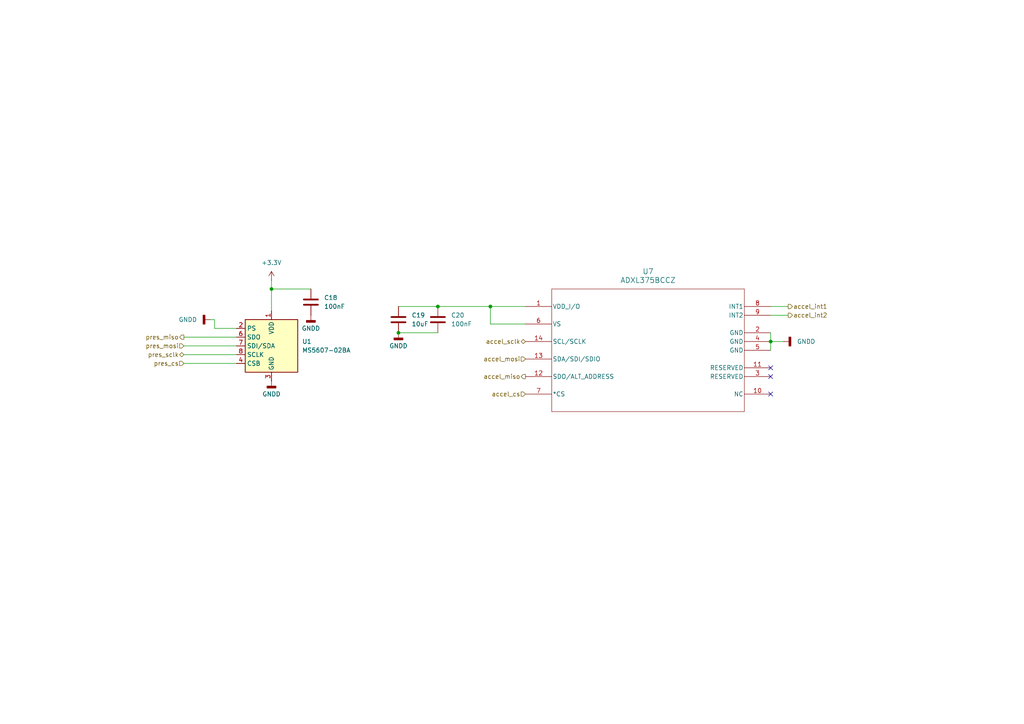
<source format=kicad_sch>
(kicad_sch (version 20231120) (generator "eeschema") (generator_version "8.0")
  (paper "A4")
  (lib_symbols
    (symbol "2024-07-18_00-52-40:ADXL375BCCZ" (pin_names (offset 0.254))
      (property "Reference" "U" (at 35.56 10.16 0))
      (property "Value" "ADXL375BCCZ" (at 35.56 7.62 0))
      (symbol "ADXL375BCCZ_0_1"
        (polyline (pts (xy 7.62 -30.48) (xy 63.5 -30.48)) (stroke (width 0.127)))
        (polyline (pts (xy 7.62 5.08) (xy 7.62 -30.48)) (stroke (width 0.127)))
        (polyline (pts (xy 63.5 -30.48) (xy 63.5 5.08)) (stroke (width 0.127)))
        (polyline (pts (xy 63.5 5.08) (xy 7.62 5.08)) (stroke (width 0.127)))
        (pin unspecified line (at 0 0 0) (length 7.62) (name "VDD_I/O") (number "1"))
        (pin unspecified line (at 71.12 -25.4 180) (length 7.62) (name "NC") (number "10"))
        (pin unspecified line (at 71.12 -17.78 180) (length 7.62) (name "RESERVED") (number "11"))
        (pin unspecified line (at 0 -20.32 0) (length 7.62) (name "SDO/ALT_ADDRESS") (number "12"))
        (pin unspecified line (at 0 -15.24 0) (length 7.62) (name "SDA/SDI/SDIO") (number "13"))
        (pin unspecified line (at 0 -10.16 0) (length 7.62) (name "SCL/SCLK") (number "14"))
        (pin unspecified line (at 71.12 -7.62 180) (length 7.62) (name "GND") (number "2"))
        (pin unspecified line (at 71.12 -20.32 180) (length 7.62) (name "RESERVED") (number "3"))
        (pin unspecified line (at 71.12 -10.16 180) (length 7.62) (name "GND") (number "4"))
        (pin unspecified line (at 71.12 -12.7 180) (length 7.62) (name "GND") (number "5"))
        (pin unspecified line (at 0 -5.08 0) (length 7.62) (name "VS") (number "6"))
        (pin unspecified line (at 0 -25.4 0) (length 7.62) (name "*CS") (number "7"))
        (pin unspecified line (at 71.12 0 180) (length 7.62) (name "INT1") (number "8"))
        (pin unspecified line (at 71.12 -2.54 180) (length 7.62) (name "INT2") (number "9"))
      )
    )
    (symbol "Device:C" (pin_numbers hide) (pin_names (offset 0.254))
      (property "Reference" "C" (at 0.635 2.54 0))
      (property "Value" "C" (at 0.635 -2.54 0))
      (symbol "C_0_1"
        (polyline (pts (xy -2.032 -0.762) (xy 2.032 -0.762)) (stroke (width 0.508)))
        (polyline (pts (xy -2.032 0.762) (xy 2.032 0.762)) (stroke (width 0.508)))
      )
      (symbol "C_1_1"
        (pin passive line (at 0 3.81 270) (length 2.794) (name "~") (number "1"))
        (pin passive line (at 0 -3.81 90) (length 2.794) (name "~") (number "2"))
      )
    )
    (symbol "Sensor_Pressure:MS5607-02BA"
      (property "Reference" "U" (at -6.35 8.89 0))
      (property "Value" "MS5607-02BA" (at 7.62 8.89 0))
      (symbol "MS5607-02BA_0_1"
        (rectangle (start -7.62 7.62) (end 7.62 -7.62) (stroke (width 0.254)) (fill (type background)))
      )
      (symbol "MS5607-02BA_1_1"
        (pin power_in line (at 0 10.16 270) (length 2.54) (name "VDD") (number "1"))
        (pin input line (at -10.16 5.08 0) (length 2.54) (name "PS") (number "2"))
        (pin power_in line (at 0 -10.16 90) (length 2.54) (name "GND") (number "3"))
        (pin input line (at -10.16 -5.08 0) (length 2.54) (name "CSB") (number "4"))
        (pin input line (at -10.16 -5.08 0) (length 2.54) hide (name "CSB") (number "5"))
        (pin output line (at -10.16 2.54 0) (length 2.54) (name "SDO") (number "6"))
        (pin bidirectional line (at -10.16 0 0) (length 2.54) (name "SDI/SDA") (number "7"))
        (pin input line (at -10.16 -2.54 0) (length 2.54) (name "SCLK") (number "8"))
      )
    )
    (symbol "power:+3.3V" (power) (pin_numbers hide) (pin_names (offset 0) hide)
      (property "Value" "+3.3V" (at 0 3.556 0))
      (symbol "+3.3V_0_1"
        (polyline (pts (xy -0.762 1.27) (xy 0 2.54)))
        (polyline (pts (xy 0 0) (xy 0 2.54)))
        (polyline (pts (xy 0 2.54) (xy 0.762 1.27)))
      )
      (symbol "+3.3V_1_1"
        (pin power_in line (at 0 0 90) (length 0) (name "~") (number "1"))
      )
    )
    (symbol "power:GNDD" (power) (pin_numbers hide) (pin_names (offset 0) hide)
      (property "Value" "GNDD" (at 0 -3.175 0))
      (symbol "GNDD_0_1"
        (rectangle (start -1.27 -1.524) (end 1.27 -2.032) (stroke (width 0.254)) (fill (type outline)))
        (polyline (pts (xy 0 0) (xy 0 -1.524)))
      )
      (symbol "GNDD_1_1"
        (pin power_in line (at 0 0 270) (length 0) (name "~") (number "1"))
      )
    )
  )
  (junction (at 142.24 88.9))
  (junction (at 223.52 99.06))
  (junction (at 115.57 96.52))
  (junction (at 78.74 83.82))
  (junction (at 127 88.9))
  (no_connect (at 223.52 109.22))
  (no_connect (at 223.52 114.3))
  (no_connect (at 223.52 106.68))
  (wire (pts (xy 228.6 88.9) (xy 223.52 88.9)))
  (wire (pts (xy 62.23 92.71) (xy 62.23 95.25)))
  (wire (pts (xy 142.24 93.98) (xy 152.4 93.98)))
  (wire (pts (xy 78.74 83.82) (xy 78.74 90.17)))
  (wire (pts (xy 223.52 96.52) (xy 223.52 99.06)))
  (wire (pts (xy 53.34 100.33) (xy 68.58 100.33)))
  (wire (pts (xy 53.34 105.41) (xy 68.58 105.41)))
  (wire (pts (xy 53.34 97.79) (xy 68.58 97.79)))
  (wire (pts (xy 142.24 88.9) (xy 142.24 93.98)))
  (wire (pts (xy 223.52 99.06) (xy 223.52 101.6)))
  (wire (pts (xy 227.33 99.06) (xy 223.52 99.06)))
  (wire (pts (xy 78.74 81.28) (xy 78.74 83.82)))
  (wire (pts (xy 228.6 91.44) (xy 223.52 91.44)))
  (wire (pts (xy 115.57 96.52) (xy 127 96.52)))
  (wire (pts (xy 127 88.9) (xy 142.24 88.9)))
  (wire (pts (xy 60.96 92.71) (xy 62.23 92.71)))
  (wire (pts (xy 78.74 83.82) (xy 90.17 83.82)))
  (wire (pts (xy 152.4 88.9) (xy 142.24 88.9)))
  (wire (pts (xy 62.23 95.25) (xy 68.58 95.25)))
  (wire (pts (xy 115.57 88.9) (xy 127 88.9)))
  (wire (pts (xy 53.34 102.87) (xy 68.58 102.87)))
  (hierarchical_label "pres_sclk" (shape bidirectional) (at 53.34 102.87 180))
  (hierarchical_label "accel_int1" (shape output) (at 228.6 88.9 0))
  (hierarchical_label "pres_cs" (shape input) (at 53.34 105.41 180))
  (hierarchical_label "accel_cs" (shape input) (at 152.4 114.3 180))
  (hierarchical_label "accel_mosi" (shape input) (at 152.4 104.14 180))
  (hierarchical_label "pres_mosi" (shape input) (at 53.34 100.33 180))
  (hierarchical_label "accel_miso" (shape output) (at 152.4 109.22 180))
  (hierarchical_label "accel_int2" (shape output) (at 228.6 91.44 0))
  (hierarchical_label "pres_miso" (shape output) (at 53.34 97.79 180))
  (hierarchical_label "accel_sclk" (shape bidirectional) (at 152.4 99.06 180))
  (symbol (lib_id "power:GNDD") (at 60.96 92.71 270) (unit 1)
    (property "Reference" "#PWR033" (effects (hide yes)))
    (property "Value" "GNDD" (at 57.15 92.7099 90) (effects (justify right)))
    (property "Description" "Power symbol creates a global label with name \"GNDD\" , digital ground" (effects (hide yes)))
  )
  (symbol (lib_id "power:GNDD") (at 115.57 96.52 0) (unit 1)
    (property "Reference" "#PWR038" (effects (hide yes)))
    (property "Value" "GNDD" (at 115.57 100.33 0))
    (property "Description" "Power symbol creates a global label with name \"GNDD\" , digital ground" (effects (hide yes)))
  )
  (symbol (lib_id "Device:C") (at 90.17 87.63 0) (unit 1)
    (property "Reference" "C18" (at 93.98 86.3599 0) (effects (justify left)))
    (property "Value" "100nF" (at 93.98 88.8999 0) (effects (justify left)))
    (property "Footprint" "Capacitor_SMD:C_0603_1608Metric_Pad1.08x0.95mm_HandSolder" (effects (hide yes)))
    (property "Description" "Unpolarized capacitor" (effects (hide yes)))
  )
  (symbol (lib_id "Sensor_Pressure:MS5607-02BA") (at 78.74 100.33 0) (unit 1)
    (property "Reference" "U1" (at 87.63 99.0599 0) (effects (justify left)))
    (property "Value" "MS5607-02BA" (at 87.63 101.5999 0) (effects (justify left)))
    (property "Footprint" "Package_LGA:LGA-8_3x5mm_P1.25mm" (effects (hide yes)))
    (property "Datasheet" "https://www.te.com/commerce/DocumentDelivery/DDEController?Action=showdoc&DocId=Data+Sheet%7FMS5607-02BA03%7FB2%7Fpdf%7FEnglish%7FENG_DS_MS5607-02BA03_B2.pdf%7FCAT-BLPS0035" (effects (hide yes)))
    (property "Description" "Barometric pressure sensor, 20cm resolution, 10 to 1200 mbar, I2C and SPI interface up to 20MHz, LGA-8" (effects (hide yes)))
  )
  (symbol (lib_id "2024-07-18_00-52-40:ADXL375BCCZ") (at 152.4 88.9 0) (unit 1)
    (property "Reference" "U7" (at 187.96 78.74 0) (effects (font (size 1.524 1.524))))
    (property "Value" "ADXL375BCCZ" (at 187.96 81.28 0) (effects (font (size 1.524 1.524))))
    (property "Footprint" "Package_LGA:LGA-14_3x5mm_P0.8mm_LayoutBorder1x6y" (effects (hide yes)))
    (property "Datasheet" "ADXL375BCCZ" (effects (hide yes)))
  )
  (symbol (lib_id "power:GNDD") (at 227.33 99.06 90) (unit 1)
    (property "Reference" "#PWR037" (effects (hide yes)))
    (property "Value" "GNDD" (at 231.14 99.0599 90) (effects (justify right)))
    (property "Description" "Power symbol creates a global label with name \"GNDD\" , digital ground" (effects (hide yes)))
  )
  (symbol (lib_id "power:+3.3V") (at 78.74 81.28 0) (unit 1)
    (property "Reference" "#PWR02" (effects (hide yes)))
    (property "Value" "+3.3V" (at 78.74 76.2 0))
    (property "Description" "Power symbol creates a global label with name \"+3.3V\"" (effects (hide yes)))
  )
  (symbol (lib_id "power:GNDD") (at 78.74 110.49 0) (unit 1)
    (property "Reference" "#PWR036" (effects (hide yes)))
    (property "Value" "GNDD" (at 78.74 114.3 0))
    (property "Description" "Power symbol creates a global label with name \"GNDD\" , digital ground" (effects (hide yes)))
  )
  (symbol (lib_id "power:GNDD") (at 90.17 91.44 0) (unit 1)
    (property "Reference" "#PWR01" (effects (hide yes)))
    (property "Value" "GNDD" (at 90.17 95.25 0))
    (property "Description" "Power symbol creates a global label with name \"GNDD\" , digital ground" (effects (hide yes)))
  )
  (symbol (lib_id "Device:C") (at 127 92.71 0) (unit 1)
    (property "Reference" "C20" (at 130.81 91.4399 0) (effects (justify left)))
    (property "Value" "100nF" (at 130.81 93.9799 0) (effects (justify left)))
    (property "Footprint" "Capacitor_SMD:C_0603_1608Metric_Pad1.08x0.95mm_HandSolder" (effects (hide yes)))
    (property "Description" "Unpolarized capacitor" (effects (hide yes)))
  )
  (symbol (lib_id "Device:C") (at 115.57 92.71 0) (unit 1)
    (property "Reference" "C19" (at 119.38 91.4399 0) (effects (justify left)))
    (property "Value" "10uF" (at 119.38 93.9799 0) (effects (justify left)))
    (property "Footprint" "Capacitor_Tantalum_SMD:CP_EIA-3216-18_Kemet-A_Pad1.58x1.35mm_HandSolder" (effects (hide yes)))
    (property "Description" "Unpolarized capacitor" (effects (hide yes)))
  )
)
</source>
